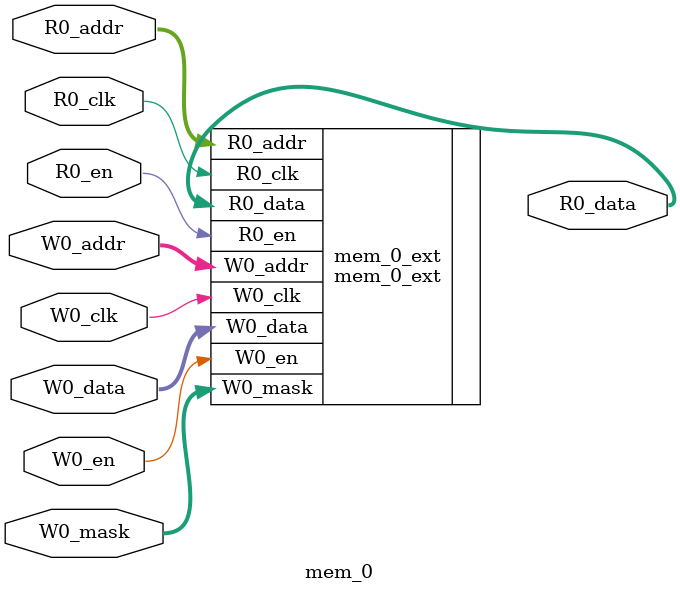
<source format=sv>
module mem_0(	// @[generators/gemmini/src/main/scala/gemmini/SyncMem.scala:45:24]
  input  [7:0]  R0_addr,
  input         R0_en,
  input         R0_clk,
  output [31:0] R0_data,
  input  [7:0]  W0_addr,
  input         W0_en,
  input         W0_clk,
  input  [31:0] W0_data,
  input  [3:0]  W0_mask
);

  mem_0_ext mem_0_ext (	// @[generators/gemmini/src/main/scala/gemmini/SyncMem.scala:45:24]
    .R0_addr (R0_addr),
    .R0_en   (R0_en),
    .R0_clk  (R0_clk),
    .R0_data (R0_data),
    .W0_addr (W0_addr),
    .W0_en   (W0_en),
    .W0_clk  (W0_clk),
    .W0_data (W0_data),
    .W0_mask (W0_mask)
  );	// @[generators/gemmini/src/main/scala/gemmini/SyncMem.scala:45:24]
endmodule


</source>
